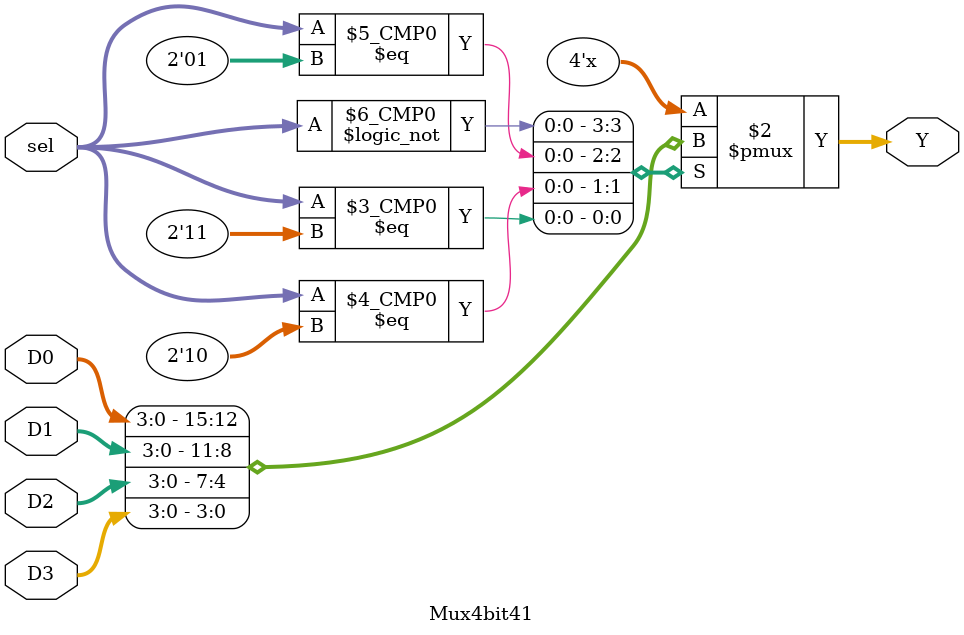
<source format=v>
module Mux4bit41(D0,D1,D2,D3,sel,Y);
input[3:0] D0;
input[3:0] D1;
input[3:0] D2;
input[3:0] D3;
input[1:0] sel;
output reg[3:0] Y;
always@(sel or D0 or D1 or D2 or D3)
	begin
		case(sel)
			2'b00:  Y=D0;
			2'b01:  Y=D1;
			2'b10:  Y=D2;
			2'b11:  Y=D3;
		endcase
	end
endmodule

</source>
